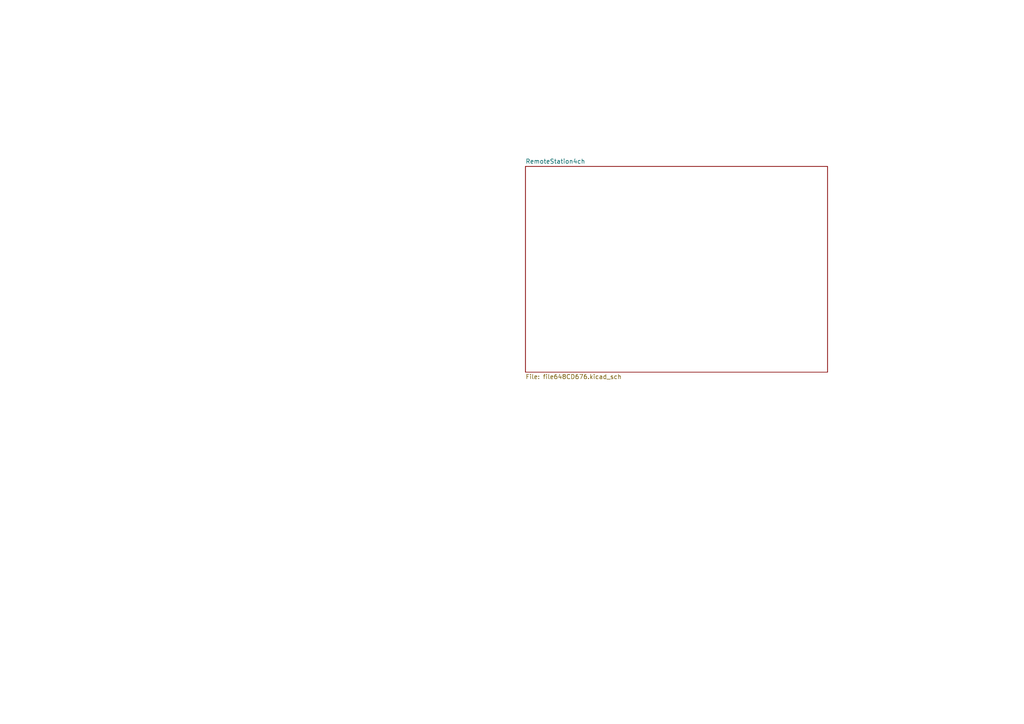
<source format=kicad_sch>
(kicad_sch (version 20230121) (generator eeschema)
  (paper "A4")
  (lib_symbols)
  (sheet (at 152.4 48.26) (size 87.63 59.69)
    (property "Sheetname" "RemoteStation4ch" (at 152.4 47.5484 0) (effects (justify left bottom)))
    (property "Sheetfile" "file648CD676.kicad_sch" (at 152.4 108.5346 0) (effects (justify left top)))
  )
)
</source>
